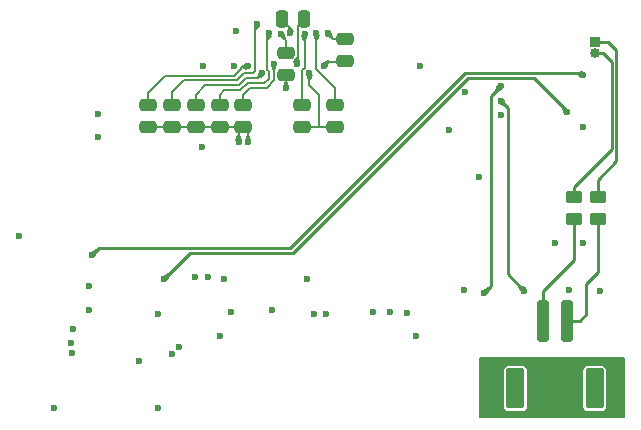
<source format=gbl>
%TF.GenerationSoftware,KiCad,Pcbnew,8.0.9-8.0.9-0~ubuntu22.04.1*%
%TF.CreationDate,2025-08-19T21:28:46+02:00*%
%TF.ProjectId,KG_Disp_Adapter,4b475f44-6973-4705-9f41-646170746572,rev?*%
%TF.SameCoordinates,Original*%
%TF.FileFunction,Copper,L4,Bot*%
%TF.FilePolarity,Positive*%
%FSLAX46Y46*%
G04 Gerber Fmt 4.6, Leading zero omitted, Abs format (unit mm)*
G04 Created by KiCad (PCBNEW 8.0.9-8.0.9-0~ubuntu22.04.1) date 2025-08-19 21:28:46*
%MOMM*%
%LPD*%
G01*
G04 APERTURE LIST*
G04 Aperture macros list*
%AMRoundRect*
0 Rectangle with rounded corners*
0 $1 Rounding radius*
0 $2 $3 $4 $5 $6 $7 $8 $9 X,Y pos of 4 corners*
0 Add a 4 corners polygon primitive as box body*
4,1,4,$2,$3,$4,$5,$6,$7,$8,$9,$2,$3,0*
0 Add four circle primitives for the rounded corners*
1,1,$1+$1,$2,$3*
1,1,$1+$1,$4,$5*
1,1,$1+$1,$6,$7*
1,1,$1+$1,$8,$9*
0 Add four rect primitives between the rounded corners*
20,1,$1+$1,$2,$3,$4,$5,0*
20,1,$1+$1,$4,$5,$6,$7,0*
20,1,$1+$1,$6,$7,$8,$9,0*
20,1,$1+$1,$8,$9,$2,$3,0*%
G04 Aperture macros list end*
%TA.AperFunction,SMDPad,CuDef*%
%ADD10RoundRect,0.250000X-0.475000X0.250000X-0.475000X-0.250000X0.475000X-0.250000X0.475000X0.250000X0*%
%TD*%
%TA.AperFunction,SMDPad,CuDef*%
%ADD11RoundRect,0.250000X-0.250000X-0.475000X0.250000X-0.475000X0.250000X0.475000X-0.250000X0.475000X0*%
%TD*%
%TA.AperFunction,SMDPad,CuDef*%
%ADD12RoundRect,0.250000X0.475000X-0.250000X0.475000X0.250000X-0.475000X0.250000X-0.475000X-0.250000X0*%
%TD*%
%TA.AperFunction,SMDPad,CuDef*%
%ADD13RoundRect,0.250000X-0.450000X0.262500X-0.450000X-0.262500X0.450000X-0.262500X0.450000X0.262500X0*%
%TD*%
%TA.AperFunction,SMDPad,CuDef*%
%ADD14RoundRect,0.163044X0.586956X1.536956X-0.586956X1.536956X-0.586956X-1.536956X0.586956X-1.536956X0*%
%TD*%
%TA.AperFunction,SMDPad,CuDef*%
%ADD15RoundRect,0.208333X0.291667X1.541667X-0.291667X1.541667X-0.291667X-1.541667X0.291667X-1.541667X0*%
%TD*%
%TA.AperFunction,ComponentPad*%
%ADD16R,0.850000X0.850000*%
%TD*%
%TA.AperFunction,ComponentPad*%
%ADD17O,0.850000X0.850000*%
%TD*%
%TA.AperFunction,ViaPad*%
%ADD18C,0.600000*%
%TD*%
%TA.AperFunction,Conductor*%
%ADD19C,0.200000*%
%TD*%
%TA.AperFunction,Conductor*%
%ADD20C,0.250000*%
%TD*%
G04 APERTURE END LIST*
D10*
%TO.P,C19,1*%
%TO.N,+3V3*%
X152775008Y-107734999D03*
%TO.P,C19,2*%
%TO.N,GND*%
X152775008Y-109634999D03*
%TD*%
D11*
%TO.P,C13,1*%
%TO.N,Net-(J4-Pin_20)*%
X152425008Y-104884999D03*
%TO.P,C13,2*%
%TO.N,Net-(J4-Pin_19)*%
X154325008Y-104884999D03*
%TD*%
D10*
%TO.P,C14,1*%
%TO.N,Net-(J4-Pin_16)*%
X156975008Y-112134999D03*
%TO.P,C14,2*%
%TO.N,Net-(J4-Pin_17)*%
X156975008Y-114034999D03*
%TD*%
D12*
%TO.P,C8,1*%
%TO.N,+3V3*%
X141135008Y-114034999D03*
%TO.P,C8,2*%
%TO.N,Net-(J4-Pin_27)*%
X141135008Y-112134999D03*
%TD*%
D13*
%TO.P,R1,1*%
%TO.N,Net-(J1-Pin_1)*%
X179175008Y-119972499D03*
%TO.P,R1,2*%
%TO.N,Net-(J2-Pin_1)*%
X179175008Y-121797499D03*
%TD*%
D14*
%TO.P,J2,MP*%
%TO.N,N/C*%
X172225008Y-136159999D03*
X178925008Y-136159999D03*
D15*
%TO.P,J2,2,Pin_2*%
%TO.N,Net-(J2-Pin_2)*%
X174575008Y-130409999D03*
%TO.P,J2,1,Pin_1*%
%TO.N,Net-(J2-Pin_1)*%
X176575008Y-130409999D03*
%TD*%
D10*
%TO.P,C10,1*%
%TO.N,Net-(J4-Pin_25)*%
X145175008Y-112134999D03*
%TO.P,C10,2*%
%TO.N,+3V3*%
X145175008Y-114034999D03*
%TD*%
%TO.P,C9,1*%
%TO.N,Net-(J4-Pin_26)*%
X143175008Y-112134999D03*
%TO.P,C9,2*%
%TO.N,+3V3*%
X143175008Y-114034999D03*
%TD*%
%TO.P,C12,1*%
%TO.N,Net-(J4-Pin_23)*%
X149175008Y-112134999D03*
%TO.P,C12,2*%
%TO.N,+3V3*%
X149175008Y-114034999D03*
%TD*%
D13*
%TO.P,R2,1*%
%TO.N,Net-(J1-Pin_2)*%
X177175008Y-119972499D03*
%TO.P,R2,2*%
%TO.N,Net-(J2-Pin_2)*%
X177175008Y-121797499D03*
%TD*%
D10*
%TO.P,C11,1*%
%TO.N,Net-(J4-Pin_24)*%
X147175008Y-112134999D03*
%TO.P,C11,2*%
%TO.N,+3V3*%
X147175008Y-114034999D03*
%TD*%
D12*
%TO.P,C7,1*%
%TO.N,Net-(J4-Pin_15)*%
X157775008Y-108434999D03*
%TO.P,C7,2*%
%TO.N,GND*%
X157775008Y-106534999D03*
%TD*%
D10*
%TO.P,C15,1*%
%TO.N,Net-(J4-Pin_18)*%
X154175008Y-112134999D03*
%TO.P,C15,2*%
%TO.N,Net-(J4-Pin_17)*%
X154175008Y-114034999D03*
%TD*%
D16*
%TO.P,J1,1,Pin_1*%
%TO.N,Net-(J1-Pin_1)*%
X178950008Y-106784999D03*
D17*
%TO.P,J1,2,Pin_2*%
%TO.N,Net-(J1-Pin_2)*%
X178950008Y-107784999D03*
%TD*%
D18*
%TO.N,+3V3*%
X167860008Y-127799999D03*
X134650008Y-133159999D03*
X152375008Y-106109999D03*
X148775008Y-115284999D03*
X148375008Y-108884999D03*
X149575008Y-115284999D03*
X136887508Y-114884999D03*
X166575008Y-114284999D03*
X134575008Y-132284999D03*
%TO.N,GND*%
X140375008Y-133834999D03*
X148575008Y-105884999D03*
X161575008Y-129684999D03*
X177975008Y-123884999D03*
X163775008Y-131684999D03*
X170975008Y-112984999D03*
X141975008Y-129834999D03*
X154575008Y-126884999D03*
X156325008Y-106084999D03*
X167975008Y-111084999D03*
X130175008Y-123284999D03*
X133175008Y-137834999D03*
X145775008Y-108884999D03*
X145087508Y-126684999D03*
X136087508Y-129484999D03*
X134775008Y-131084999D03*
X145687508Y-115684999D03*
X151575008Y-129484999D03*
X136887508Y-112884999D03*
X147575008Y-126884999D03*
X176750008Y-127859999D03*
X152775008Y-110684999D03*
X175575008Y-123884999D03*
X146175008Y-126684999D03*
X164175008Y-108884999D03*
X175575008Y-133884999D03*
X179375008Y-127884999D03*
X177975008Y-113984999D03*
X147175008Y-131684999D03*
X169175008Y-118284999D03*
X141975008Y-137834999D03*
%TO.N,+5V*%
X160175008Y-129684999D03*
X156175008Y-129884999D03*
X136087508Y-127484999D03*
X155175008Y-129884999D03*
X148175008Y-129684999D03*
X177975008Y-109584999D03*
X163075008Y-129784999D03*
X143175008Y-133234999D03*
X136375008Y-124884999D03*
X143725008Y-132634999D03*
%TO.N,Net-(J4-Pin_15)*%
X155975008Y-108884999D03*
%TO.N,Net-(J4-Pin_27)*%
X149575008Y-108884999D03*
%TO.N,Net-(J4-Pin_26)*%
X150375008Y-105284999D03*
%TO.N,Net-(J4-Pin_25)*%
X150775008Y-109484999D03*
%TO.N,Net-(J4-Pin_24)*%
X151375008Y-106084999D03*
%TO.N,Net-(J4-Pin_23)*%
X151800008Y-108684999D03*
%TO.N,Net-(J4-Pin_20)*%
X153175008Y-106084999D03*
%TO.N,Net-(J4-Pin_19)*%
X153700008Y-108684999D03*
%TO.N,Net-(J4-Pin_17)*%
X154775008Y-109484999D03*
%TO.N,Net-(J4-Pin_16)*%
X155375008Y-106084999D03*
%TO.N,Net-(J4-Pin_18)*%
X154375008Y-106109999D03*
%TO.N,/PCB_CS*%
X170975008Y-110584999D03*
X169575008Y-128084999D03*
%TO.N,/PCB_RD*%
X172975008Y-127884999D03*
X170975008Y-111784999D03*
%TO.N,Net-(U2-DIR)*%
X142487508Y-126884999D03*
X176575008Y-112784999D03*
%TD*%
D19*
%TO.N,+3V3*%
X149025008Y-114034999D02*
X148775008Y-114284999D01*
X148775008Y-114284999D02*
X148775008Y-115284999D01*
X149175008Y-114034999D02*
X149025008Y-114034999D01*
X152375008Y-106284999D02*
X152775008Y-106684999D01*
X149175008Y-114034999D02*
X147175008Y-114034999D01*
X149175008Y-114034999D02*
X149325008Y-114034999D01*
X149325008Y-114034999D02*
X149575008Y-114284999D01*
X141135008Y-114034999D02*
X143175008Y-114034999D01*
X152375008Y-106109999D02*
X152375008Y-106284999D01*
X145175008Y-114034999D02*
X147175008Y-114034999D01*
X143175008Y-114034999D02*
X145175008Y-114034999D01*
X149575008Y-114284999D02*
X149575008Y-115284999D01*
X152775008Y-106684999D02*
X152775008Y-107734999D01*
%TO.N,GND*%
X156775008Y-106534999D02*
X156325008Y-106084999D01*
X152775008Y-109634999D02*
X152775008Y-110684999D01*
X157775008Y-106534999D02*
X156775008Y-106534999D01*
D20*
%TO.N,+5V*%
X136975008Y-124284999D02*
X153175008Y-124284999D01*
X167975008Y-109484999D02*
X177875008Y-109484999D01*
X136375008Y-124884999D02*
X136975008Y-124284999D01*
X177875008Y-109484999D02*
X177975008Y-109584999D01*
X153175008Y-124284999D02*
X167975008Y-109484999D01*
D19*
%TO.N,Net-(J4-Pin_15)*%
X157725008Y-108484999D02*
X157775008Y-108434999D01*
X156375008Y-108484999D02*
X157725008Y-108484999D01*
X155975008Y-108884999D02*
X156375008Y-108484999D01*
%TO.N,Net-(J4-Pin_27)*%
X149109323Y-108884999D02*
X148975008Y-109019314D01*
X142575008Y-109684999D02*
X141135008Y-111124999D01*
X148975008Y-109133528D02*
X148423537Y-109684999D01*
X148975008Y-109019314D02*
X148975008Y-109133528D01*
X149575008Y-108884999D02*
X149109323Y-108884999D01*
X141135008Y-111124999D02*
X141135008Y-112134999D01*
X148423537Y-109684999D02*
X142575008Y-109684999D01*
%TO.N,Net-(J4-Pin_26)*%
X150175008Y-109284999D02*
X149975008Y-109484999D01*
X149209323Y-109484999D02*
X148609323Y-110084999D01*
X148609323Y-110084999D02*
X144175008Y-110084999D01*
X144175008Y-110084999D02*
X143175008Y-111084999D01*
X150375008Y-105284999D02*
X150175008Y-105484999D01*
X149975008Y-109484999D02*
X149209323Y-109484999D01*
X150175008Y-105484999D02*
X150175008Y-109284999D01*
X143175008Y-111084999D02*
X143175008Y-112134999D01*
%TO.N,Net-(J4-Pin_25)*%
X150775008Y-109484999D02*
X150375008Y-109884999D01*
X148775008Y-110484999D02*
X145975008Y-110484999D01*
X149375008Y-109884999D02*
X148775008Y-110484999D01*
X150375008Y-109884999D02*
X149375008Y-109884999D01*
X145975008Y-110484999D02*
X145175008Y-111284999D01*
X145175008Y-111284999D02*
X145175008Y-112134999D01*
%TO.N,Net-(J4-Pin_24)*%
X151225008Y-106234999D02*
X151225008Y-109157181D01*
X148940694Y-110884999D02*
X147575008Y-110884999D01*
X151325008Y-109934999D02*
X150975008Y-110284999D01*
X150975008Y-110284999D02*
X149540694Y-110284999D01*
X149540694Y-110284999D02*
X148940694Y-110884999D01*
X151375008Y-106084999D02*
X151225008Y-106234999D01*
X151225008Y-109157181D02*
X151325008Y-109257181D01*
X151325008Y-109257181D02*
X151325008Y-109934999D01*
X147175008Y-111284999D02*
X147175008Y-112134999D01*
X147575008Y-110884999D02*
X147175008Y-111284999D01*
%TO.N,Net-(J4-Pin_23)*%
X151825008Y-108684999D02*
X151775008Y-108734999D01*
X149175008Y-111284999D02*
X149175008Y-112134999D01*
X149775008Y-110684999D02*
X149175008Y-111284999D01*
X151800008Y-108684999D02*
X151775008Y-108709999D01*
X151775008Y-108709999D02*
X151775008Y-110084999D01*
X151175008Y-110684999D02*
X149775008Y-110684999D01*
X151775008Y-110084999D02*
X151175008Y-110684999D01*
%TO.N,Net-(J4-Pin_20)*%
X153175008Y-105634999D02*
X152425008Y-104884999D01*
X153175008Y-106084999D02*
X153175008Y-105634999D01*
%TO.N,Net-(J4-Pin_19)*%
X153775008Y-108609999D02*
X153775008Y-105434999D01*
X153775008Y-105434999D02*
X154325008Y-104884999D01*
X153700008Y-108684999D02*
X153775008Y-108609999D01*
%TO.N,Net-(J4-Pin_17)*%
X154775008Y-110484999D02*
X155575008Y-111284999D01*
X154775008Y-109484999D02*
X154775008Y-110484999D01*
X155575008Y-114034999D02*
X154175008Y-114034999D01*
X156975008Y-114034999D02*
X155575008Y-114034999D01*
X155575008Y-111284999D02*
X155575008Y-114034999D01*
%TO.N,Net-(J4-Pin_16)*%
X156975008Y-110733528D02*
X156975008Y-112134999D01*
X155375008Y-109133528D02*
X156975008Y-110733528D01*
X157175008Y-111934999D02*
X156975008Y-112134999D01*
X155375008Y-106084999D02*
X155375008Y-109133528D01*
%TO.N,Net-(J4-Pin_18)*%
X154375008Y-109036470D02*
X154175008Y-109236470D01*
X154375008Y-106109999D02*
X154375008Y-109036470D01*
X154175008Y-109236470D02*
X154175008Y-112134999D01*
X154325008Y-112134999D02*
X154175008Y-112134999D01*
D20*
%TO.N,Net-(J1-Pin_2)*%
X177175008Y-119084999D02*
X180375008Y-115884999D01*
X180375008Y-108484999D02*
X179675008Y-107784999D01*
X180375008Y-115884999D02*
X180375008Y-108484999D01*
X179675008Y-107784999D02*
X178950008Y-107784999D01*
X177175008Y-119972499D02*
X177175008Y-119084999D01*
%TO.N,Net-(J1-Pin_1)*%
X179175008Y-118484999D02*
X180775008Y-116884999D01*
X180775008Y-107484999D02*
X180075008Y-106784999D01*
X180075008Y-106784999D02*
X178950008Y-106784999D01*
X179175008Y-119972499D02*
X179175008Y-118484999D01*
X180775008Y-116884999D02*
X180775008Y-107484999D01*
%TO.N,Net-(J2-Pin_1)*%
X178175008Y-127284999D02*
X178175008Y-129884999D01*
X177650008Y-130409999D02*
X176575008Y-130409999D01*
X178175008Y-129884999D02*
X177650008Y-130409999D01*
X179175008Y-121797499D02*
X179175008Y-126284999D01*
X179175008Y-126284999D02*
X178175008Y-127284999D01*
%TO.N,Net-(J2-Pin_2)*%
X177175008Y-121797499D02*
X177175008Y-125284999D01*
X177175008Y-125284999D02*
X174575008Y-127884999D01*
X174575008Y-127884999D02*
X174575008Y-130409999D01*
%TO.N,/PCB_CS*%
X170175008Y-127484999D02*
X170175008Y-111384999D01*
X170175008Y-111384999D02*
X170975008Y-110584999D01*
X169575008Y-128084999D02*
X170175008Y-127484999D01*
%TO.N,/PCB_RD*%
X171575008Y-112384999D02*
X170975008Y-111784999D01*
X172975008Y-127884999D02*
X171575008Y-126484999D01*
X171575008Y-126484999D02*
X171575008Y-112384999D01*
%TO.N,Net-(U2-DIR)*%
X176575008Y-112784999D02*
X176575008Y-112684999D01*
X173775008Y-109884999D02*
X168175008Y-109884999D01*
X153375008Y-124684999D02*
X144687508Y-124684999D01*
X176575008Y-112684999D02*
X173775008Y-109884999D01*
X168175008Y-109884999D02*
X153375008Y-124684999D01*
X144687508Y-124684999D02*
X142487508Y-126884999D01*
%TD*%
%TA.AperFunction,Conductor*%
%TO.N,GND*%
G36*
X181452834Y-133506673D02*
G01*
X181474508Y-133558999D01*
X181474508Y-138610499D01*
X181452834Y-138662825D01*
X181400508Y-138684499D01*
X169249008Y-138684499D01*
X169196682Y-138662825D01*
X169175008Y-138610499D01*
X169175008Y-134588533D01*
X171274508Y-134588533D01*
X171274508Y-137731464D01*
X171284803Y-137802123D01*
X171338090Y-137911122D01*
X171338091Y-137911123D01*
X171423884Y-137996916D01*
X171532885Y-138050204D01*
X171603548Y-138060499D01*
X171603554Y-138060499D01*
X172846462Y-138060499D01*
X172846468Y-138060499D01*
X172917131Y-138050204D01*
X173026132Y-137996916D01*
X173111925Y-137911123D01*
X173165213Y-137802122D01*
X173175508Y-137731459D01*
X173175508Y-134588539D01*
X173175507Y-134588533D01*
X177974508Y-134588533D01*
X177974508Y-137731464D01*
X177984803Y-137802123D01*
X178038090Y-137911122D01*
X178038091Y-137911123D01*
X178123884Y-137996916D01*
X178232885Y-138050204D01*
X178303548Y-138060499D01*
X178303554Y-138060499D01*
X179546462Y-138060499D01*
X179546468Y-138060499D01*
X179617131Y-138050204D01*
X179726132Y-137996916D01*
X179811925Y-137911123D01*
X179865213Y-137802122D01*
X179875508Y-137731459D01*
X179875508Y-134588539D01*
X179865213Y-134517876D01*
X179811925Y-134408875D01*
X179726132Y-134323082D01*
X179726131Y-134323081D01*
X179726132Y-134323081D01*
X179617132Y-134269794D01*
X179546473Y-134259499D01*
X179546468Y-134259499D01*
X178303548Y-134259499D01*
X178303542Y-134259499D01*
X178232883Y-134269794D01*
X178123884Y-134323081D01*
X178038090Y-134408875D01*
X177984803Y-134517874D01*
X177974508Y-134588533D01*
X173175507Y-134588533D01*
X173165213Y-134517876D01*
X173111925Y-134408875D01*
X173026132Y-134323082D01*
X173026131Y-134323081D01*
X173026132Y-134323081D01*
X172917132Y-134269794D01*
X172846473Y-134259499D01*
X172846468Y-134259499D01*
X171603548Y-134259499D01*
X171603542Y-134259499D01*
X171532883Y-134269794D01*
X171423884Y-134323081D01*
X171338090Y-134408875D01*
X171284803Y-134517874D01*
X171274508Y-134588533D01*
X169175008Y-134588533D01*
X169175008Y-133558999D01*
X169196682Y-133506673D01*
X169249008Y-133484999D01*
X181400508Y-133484999D01*
X181452834Y-133506673D01*
G37*
%TD.AperFunction*%
%TD*%
%TA.AperFunction,Conductor*%
%TO.N,+3V3*%
G36*
X148875098Y-114688426D02*
G01*
X148877815Y-114692686D01*
X149048338Y-115159693D01*
X149047957Y-115168640D01*
X149041859Y-115174502D01*
X148779519Y-115284114D01*
X148770564Y-115284141D01*
X148770497Y-115284114D01*
X148508156Y-115174502D01*
X148501844Y-115168150D01*
X148501677Y-115159696D01*
X148672201Y-114692685D01*
X148678257Y-114686090D01*
X148683191Y-114684999D01*
X148866825Y-114684999D01*
X148875098Y-114688426D01*
G37*
%TD.AperFunction*%
%TD*%
%TA.AperFunction,Conductor*%
%TO.N,+3V3*%
G36*
X152648062Y-106000585D02*
G01*
X152654374Y-106006937D01*
X152655012Y-106009028D01*
X152760844Y-106524509D01*
X152759151Y-106533302D01*
X152757656Y-106535135D01*
X152627932Y-106664859D01*
X152619659Y-106668286D01*
X152612553Y-106665881D01*
X152173459Y-106330221D01*
X152168968Y-106322474D01*
X152171270Y-106313820D01*
X152172264Y-106312680D01*
X152372637Y-106110966D01*
X152376488Y-106108393D01*
X152639108Y-106000558D01*
X152648062Y-106000585D01*
G37*
%TD.AperFunction*%
%TD*%
%TA.AperFunction,Conductor*%
%TO.N,+3V3*%
G36*
X149675098Y-114688426D02*
G01*
X149677815Y-114692686D01*
X149848338Y-115159693D01*
X149847957Y-115168640D01*
X149841859Y-115174502D01*
X149579519Y-115284114D01*
X149570564Y-115284141D01*
X149570497Y-115284114D01*
X149308156Y-115174502D01*
X149301844Y-115168150D01*
X149301677Y-115159696D01*
X149472201Y-114692685D01*
X149478257Y-114686090D01*
X149483191Y-114684999D01*
X149666825Y-114684999D01*
X149675098Y-114688426D01*
G37*
%TD.AperFunction*%
%TD*%
%TA.AperFunction,Conductor*%
%TO.N,GND*%
G36*
X156600787Y-105974466D02*
G01*
X156606885Y-105980328D01*
X156816531Y-106431131D01*
X156816912Y-106440078D01*
X156814195Y-106444338D01*
X156684347Y-106574186D01*
X156676074Y-106577613D01*
X156671140Y-106576522D01*
X156377744Y-106440078D01*
X156220336Y-106366875D01*
X156214281Y-106360280D01*
X156214447Y-106351824D01*
X156322444Y-106088813D01*
X156328754Y-106082463D01*
X156591833Y-105974439D01*
X156600787Y-105974466D01*
G37*
%TD.AperFunction*%
%TD*%
%TA.AperFunction,Conductor*%
%TO.N,GND*%
G36*
X152875098Y-110088426D02*
G01*
X152877815Y-110092686D01*
X153048338Y-110559693D01*
X153047957Y-110568640D01*
X153041859Y-110574502D01*
X152779519Y-110684114D01*
X152770564Y-110684141D01*
X152770497Y-110684114D01*
X152508156Y-110574502D01*
X152501844Y-110568150D01*
X152501677Y-110559696D01*
X152672201Y-110092685D01*
X152678257Y-110086090D01*
X152683191Y-110084999D01*
X152866825Y-110084999D01*
X152875098Y-110088426D01*
G37*
%TD.AperFunction*%
%TD*%
%TA.AperFunction,Conductor*%
%TO.N,+5V*%
G36*
X177970496Y-109289036D02*
G01*
X177974955Y-109296802D01*
X177975052Y-109298263D01*
X177976000Y-109582631D01*
X177975096Y-109587181D01*
X177865193Y-109850219D01*
X177858841Y-109856531D01*
X177849886Y-109856504D01*
X177848822Y-109855995D01*
X177401024Y-109613318D01*
X177395383Y-109606363D01*
X177394899Y-109603031D01*
X177394899Y-109370283D01*
X177398326Y-109362010D01*
X177405098Y-109358680D01*
X177961854Y-109286699D01*
X177970496Y-109289036D01*
G37*
%TD.AperFunction*%
%TD*%
%TA.AperFunction,Conductor*%
%TO.N,+5V*%
G36*
X136716958Y-124378422D02*
G01*
X136881584Y-124543048D01*
X136885011Y-124551321D01*
X136883681Y-124556739D01*
X136657114Y-124990345D01*
X136650245Y-124996091D01*
X136642300Y-124995750D01*
X136378823Y-124887562D01*
X136372471Y-124881250D01*
X136372444Y-124881183D01*
X136264256Y-124617706D01*
X136264283Y-124608751D01*
X136269659Y-124602893D01*
X136703270Y-124376324D01*
X136712186Y-124375531D01*
X136716958Y-124378422D01*
G37*
%TD.AperFunction*%
%TD*%
%TA.AperFunction,Conductor*%
%TO.N,Net-(J4-Pin_15)*%
G36*
X156402178Y-108391596D02*
G01*
X156408464Y-108397974D01*
X156409323Y-108402373D01*
X156409323Y-108582857D01*
X156408564Y-108587002D01*
X156256440Y-108988537D01*
X156250305Y-108995060D01*
X156241354Y-108995333D01*
X156241035Y-108995207D01*
X156070512Y-108924828D01*
X155978513Y-108886858D01*
X155972175Y-108880536D01*
X155864665Y-108618701D01*
X155864692Y-108609747D01*
X155871042Y-108603436D01*
X156393224Y-108391532D01*
X156402178Y-108391596D01*
G37*
%TD.AperFunction*%
%TD*%
%TA.AperFunction,Conductor*%
%TO.N,Net-(J4-Pin_27)*%
G36*
X149464663Y-108618777D02*
G01*
X149465354Y-108620163D01*
X149573835Y-108879792D01*
X149573862Y-108888747D01*
X149573843Y-108888794D01*
X149464245Y-109152439D01*
X149457905Y-109158763D01*
X149450108Y-109159163D01*
X149087901Y-109051528D01*
X149082961Y-109048586D01*
X148954368Y-108919993D01*
X148950941Y-108911720D01*
X148954368Y-108903447D01*
X148956742Y-108901616D01*
X149448663Y-108614568D01*
X149457534Y-108613359D01*
X149464663Y-108618777D01*
G37*
%TD.AperFunction*%
%TD*%
%TA.AperFunction,Conductor*%
%TO.N,Net-(J4-Pin_26)*%
G36*
X150378406Y-105287413D02*
G01*
X150387610Y-105296660D01*
X150578852Y-105488804D01*
X150582259Y-105497086D01*
X150578813Y-105505351D01*
X150578778Y-105505385D01*
X150278425Y-105801864D01*
X150270206Y-105805237D01*
X150086708Y-105805237D01*
X150078435Y-105801810D01*
X150075008Y-105793537D01*
X150075008Y-105296660D01*
X150078435Y-105288387D01*
X150086668Y-105284960D01*
X150370122Y-105284015D01*
X150378406Y-105287413D01*
G37*
%TD.AperFunction*%
%TD*%
%TA.AperFunction,Conductor*%
%TO.N,Net-(J4-Pin_25)*%
G36*
X150508974Y-109374787D02*
G01*
X150771502Y-109483139D01*
X150777841Y-109489462D01*
X150777860Y-109489509D01*
X150885350Y-109751295D01*
X150885323Y-109760250D01*
X150878971Y-109766562D01*
X150878926Y-109766580D01*
X150356792Y-109978465D01*
X150347838Y-109978401D01*
X150341552Y-109972023D01*
X150340693Y-109967624D01*
X150340693Y-109787140D01*
X150341452Y-109782995D01*
X150347678Y-109766562D01*
X150493576Y-109381458D01*
X150499710Y-109374937D01*
X150508661Y-109374664D01*
X150508974Y-109374787D01*
G37*
%TD.AperFunction*%
%TD*%
%TA.AperFunction,Conductor*%
%TO.N,Net-(J4-Pin_24)*%
G36*
X151378407Y-106087414D02*
G01*
X151378454Y-106087461D01*
X151579917Y-106289874D01*
X151583324Y-106298156D01*
X151580905Y-106305252D01*
X151328520Y-106634070D01*
X151320765Y-106638546D01*
X151319239Y-106638646D01*
X151135699Y-106638646D01*
X151127426Y-106635219D01*
X151124046Y-106627998D01*
X151076155Y-106097706D01*
X151078824Y-106089161D01*
X151086756Y-106085003D01*
X151087758Y-106084956D01*
X151370122Y-106084015D01*
X151378407Y-106087414D01*
G37*
%TD.AperFunction*%
%TD*%
%TA.AperFunction,Conductor*%
%TO.N,Net-(J4-Pin_23)*%
G36*
X152066347Y-108795281D02*
G01*
X152072659Y-108801633D01*
X152072632Y-108810588D01*
X152072619Y-108810617D01*
X151878022Y-109272866D01*
X151871654Y-109279161D01*
X151867239Y-109280026D01*
X151683574Y-109280026D01*
X151675301Y-109276599D01*
X151672421Y-109271860D01*
X151526077Y-108810007D01*
X151526844Y-108801085D01*
X151532716Y-108795678D01*
X151795498Y-108685882D01*
X151804452Y-108685856D01*
X152066347Y-108795281D01*
G37*
%TD.AperFunction*%
%TD*%
%TA.AperFunction,Conductor*%
%TO.N,Net-(J4-Pin_20)*%
G36*
X153145686Y-105468735D02*
G01*
X153147397Y-105470910D01*
X153267095Y-105666999D01*
X153445068Y-105958557D01*
X153446454Y-105967404D01*
X153441178Y-105974639D01*
X153439593Y-105975449D01*
X153180214Y-106083826D01*
X153171259Y-106083853D01*
X153171212Y-106083834D01*
X152907333Y-105974138D01*
X152901009Y-105967798D01*
X152900531Y-105960275D01*
X152997417Y-105602650D01*
X153000434Y-105597441D01*
X153129141Y-105468734D01*
X153137413Y-105465308D01*
X153145686Y-105468735D01*
G37*
%TD.AperFunction*%
%TD*%
%TA.AperFunction,Conductor*%
%TO.N,Net-(J4-Pin_19)*%
G36*
X153873850Y-108103344D02*
G01*
X153877010Y-108109133D01*
X153975103Y-108560670D01*
X153973511Y-108569482D01*
X153968181Y-108573950D01*
X153704519Y-108684114D01*
X153695564Y-108684141D01*
X153695497Y-108684114D01*
X153434733Y-108575161D01*
X153428421Y-108568809D01*
X153428448Y-108559854D01*
X153428923Y-108558855D01*
X153671699Y-108106087D01*
X153678628Y-108100416D01*
X153682010Y-108099917D01*
X153865577Y-108099917D01*
X153873850Y-108103344D01*
G37*
%TD.AperFunction*%
%TD*%
%TA.AperFunction,Conductor*%
%TO.N,Net-(J4-Pin_17)*%
G36*
X155041859Y-109595495D02*
G01*
X155048171Y-109601847D01*
X155048338Y-109610304D01*
X154877815Y-110077312D01*
X154871759Y-110083908D01*
X154866825Y-110084999D01*
X154683191Y-110084999D01*
X154674918Y-110081572D01*
X154672201Y-110077312D01*
X154501677Y-109610301D01*
X154502058Y-109601357D01*
X154508155Y-109595495D01*
X154770498Y-109485882D01*
X154779452Y-109485856D01*
X155041859Y-109595495D01*
G37*
%TD.AperFunction*%
%TD*%
%TA.AperFunction,Conductor*%
%TO.N,Net-(J4-Pin_16)*%
G36*
X155641859Y-106195495D02*
G01*
X155648171Y-106201847D01*
X155648338Y-106210304D01*
X155477815Y-106677312D01*
X155471759Y-106683908D01*
X155466825Y-106684999D01*
X155283191Y-106684999D01*
X155274918Y-106681572D01*
X155272201Y-106677312D01*
X155101677Y-106210301D01*
X155102058Y-106201357D01*
X155108155Y-106195495D01*
X155370498Y-106085882D01*
X155379452Y-106085856D01*
X155641859Y-106195495D01*
G37*
%TD.AperFunction*%
%TD*%
%TA.AperFunction,Conductor*%
%TO.N,Net-(J4-Pin_18)*%
G36*
X154641859Y-106220495D02*
G01*
X154648171Y-106226847D01*
X154648338Y-106235304D01*
X154477815Y-106702312D01*
X154471759Y-106708908D01*
X154466825Y-106709999D01*
X154283191Y-106709999D01*
X154274918Y-106706572D01*
X154272201Y-106702312D01*
X154101677Y-106235301D01*
X154102058Y-106226357D01*
X154108155Y-106220495D01*
X154370498Y-106110882D01*
X154379452Y-106110856D01*
X154641859Y-106220495D01*
G37*
%TD.AperFunction*%
%TD*%
%TA.AperFunction,Conductor*%
%TO.N,/PCB_CS*%
G36*
X170707715Y-110474247D02*
G01*
X170971192Y-110582435D01*
X170977544Y-110588747D01*
X170977571Y-110588814D01*
X171085759Y-110852291D01*
X171085732Y-110861246D01*
X171080354Y-110867105D01*
X170646748Y-111093672D01*
X170637829Y-111094466D01*
X170633057Y-111091575D01*
X170468431Y-110926949D01*
X170465004Y-110918676D01*
X170466332Y-110913263D01*
X170692902Y-110479650D01*
X170699770Y-110473906D01*
X170707715Y-110474247D01*
G37*
%TD.AperFunction*%
%TD*%
%TA.AperFunction,Conductor*%
%TO.N,/PCB_CS*%
G36*
X169916958Y-127578422D02*
G01*
X170081584Y-127743048D01*
X170085011Y-127751321D01*
X170083681Y-127756739D01*
X169857114Y-128190345D01*
X169850245Y-128196091D01*
X169842300Y-128195750D01*
X169578823Y-128087562D01*
X169572471Y-128081250D01*
X169572444Y-128081183D01*
X169464256Y-127817706D01*
X169464283Y-127808751D01*
X169469659Y-127802893D01*
X169903270Y-127576324D01*
X169912186Y-127575531D01*
X169916958Y-127578422D01*
G37*
%TD.AperFunction*%
%TD*%
%TA.AperFunction,Conductor*%
%TO.N,/PCB_RD*%
G36*
X171251255Y-111674274D02*
G01*
X171257113Y-111679651D01*
X171456982Y-112062163D01*
X171483681Y-112113258D01*
X171484475Y-112122177D01*
X171481584Y-112126949D01*
X171316958Y-112291575D01*
X171308685Y-112295002D01*
X171303268Y-112293672D01*
X170869660Y-112067104D01*
X170863915Y-112060236D01*
X170864255Y-112052292D01*
X170972444Y-111788813D01*
X170978754Y-111782463D01*
X171242301Y-111674247D01*
X171251255Y-111674274D01*
G37*
%TD.AperFunction*%
%TD*%
%TA.AperFunction,Conductor*%
%TO.N,/PCB_RD*%
G36*
X172646744Y-127376324D02*
G01*
X173080354Y-127602892D01*
X173086100Y-127609761D01*
X173085759Y-127617706D01*
X172977571Y-127881183D01*
X172971259Y-127887535D01*
X172971192Y-127887562D01*
X172707715Y-127995750D01*
X172698760Y-127995723D01*
X172692901Y-127990345D01*
X172466333Y-127556736D01*
X172465540Y-127547820D01*
X172468429Y-127543050D01*
X172633058Y-127378421D01*
X172641330Y-127374995D01*
X172646744Y-127376324D01*
G37*
%TD.AperFunction*%
%TD*%
%TA.AperFunction,Conductor*%
%TO.N,Net-(U2-DIR)*%
G36*
X176307116Y-112237901D02*
G01*
X176775724Y-112564901D01*
X176780548Y-112572446D01*
X176778624Y-112581191D01*
X176777330Y-112582742D01*
X176577381Y-112784028D01*
X176573524Y-112786605D01*
X176309177Y-112895150D01*
X176300222Y-112895123D01*
X176293910Y-112888771D01*
X176293717Y-112888268D01*
X176257029Y-112785706D01*
X176124797Y-112416044D01*
X176125237Y-112407101D01*
X176127537Y-112403834D01*
X176292149Y-112239222D01*
X176300421Y-112235796D01*
X176307116Y-112237901D01*
G37*
%TD.AperFunction*%
%TD*%
%TA.AperFunction,Conductor*%
%TO.N,Net-(U2-DIR)*%
G36*
X142829458Y-126378422D02*
G01*
X142994084Y-126543048D01*
X142997511Y-126551321D01*
X142996181Y-126556739D01*
X142769614Y-126990345D01*
X142762745Y-126996091D01*
X142754800Y-126995750D01*
X142491323Y-126887562D01*
X142484971Y-126881250D01*
X142484944Y-126881183D01*
X142376756Y-126617706D01*
X142376783Y-126608751D01*
X142382159Y-126602893D01*
X142815770Y-126376324D01*
X142824686Y-126375531D01*
X142829458Y-126378422D01*
G37*
%TD.AperFunction*%
%TD*%
M02*

</source>
